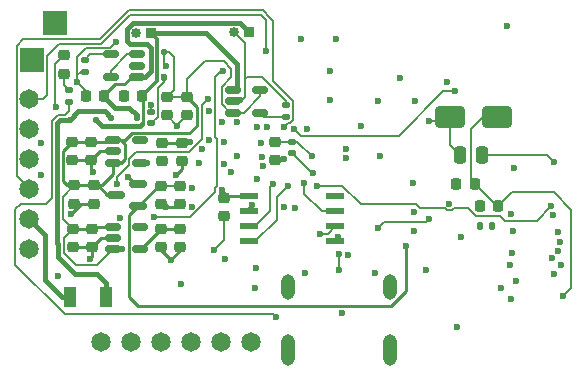
<source format=gbr>
%TF.GenerationSoftware,KiCad,Pcbnew,8.0.8*%
%TF.CreationDate,2025-02-23T23:13:27-08:00*%
%TF.ProjectId,OuterBoard_rev3.1,4f757465-7242-46f6-9172-645f72657633,rev?*%
%TF.SameCoordinates,Original*%
%TF.FileFunction,Copper,L6,Bot*%
%TF.FilePolarity,Positive*%
%FSLAX46Y46*%
G04 Gerber Fmt 4.6, Leading zero omitted, Abs format (unit mm)*
G04 Created by KiCad (PCBNEW 8.0.8) date 2025-02-23 23:13:27*
%MOMM*%
%LPD*%
G01*
G04 APERTURE LIST*
G04 Aperture macros list*
%AMRoundRect*
0 Rectangle with rounded corners*
0 $1 Rounding radius*
0 $2 $3 $4 $5 $6 $7 $8 $9 X,Y pos of 4 corners*
0 Add a 4 corners polygon primitive as box body*
4,1,4,$2,$3,$4,$5,$6,$7,$8,$9,$2,$3,0*
0 Add four circle primitives for the rounded corners*
1,1,$1+$1,$2,$3*
1,1,$1+$1,$4,$5*
1,1,$1+$1,$6,$7*
1,1,$1+$1,$8,$9*
0 Add four rect primitives between the rounded corners*
20,1,$1+$1,$2,$3,$4,$5,0*
20,1,$1+$1,$4,$5,$6,$7,0*
20,1,$1+$1,$6,$7,$8,$9,0*
20,1,$1+$1,$8,$9,$2,$3,0*%
G04 Aperture macros list end*
%TA.AperFunction,SMDPad,CuDef*%
%ADD10R,1.549400X0.558800*%
%TD*%
%TA.AperFunction,ComponentPad*%
%ADD11R,0.850000X0.850000*%
%TD*%
%TA.AperFunction,ComponentPad*%
%ADD12C,0.850000*%
%TD*%
%TA.AperFunction,SMDPad,CuDef*%
%ADD13R,1.117600X1.803400*%
%TD*%
%TA.AperFunction,ComponentPad*%
%ADD14C,1.650000*%
%TD*%
%TA.AperFunction,ComponentPad*%
%ADD15R,2.000000X2.000000*%
%TD*%
%TA.AperFunction,SMDPad,CuDef*%
%ADD16RoundRect,0.225000X-0.250000X0.225000X-0.250000X-0.225000X0.250000X-0.225000X0.250000X0.225000X0*%
%TD*%
%TA.AperFunction,SMDPad,CuDef*%
%ADD17RoundRect,0.225000X0.225000X0.250000X-0.225000X0.250000X-0.225000X-0.250000X0.225000X-0.250000X0*%
%TD*%
%TA.AperFunction,SMDPad,CuDef*%
%ADD18RoundRect,0.250000X-0.250000X-0.475000X0.250000X-0.475000X0.250000X0.475000X-0.250000X0.475000X0*%
%TD*%
%TA.AperFunction,SMDPad,CuDef*%
%ADD19RoundRect,0.150000X0.512500X0.150000X-0.512500X0.150000X-0.512500X-0.150000X0.512500X-0.150000X0*%
%TD*%
%TA.AperFunction,SMDPad,CuDef*%
%ADD20RoundRect,0.250000X1.000000X0.650000X-1.000000X0.650000X-1.000000X-0.650000X1.000000X-0.650000X0*%
%TD*%
%TA.AperFunction,SMDPad,CuDef*%
%ADD21RoundRect,0.218750X-0.256250X0.218750X-0.256250X-0.218750X0.256250X-0.218750X0.256250X0.218750X0*%
%TD*%
%TA.AperFunction,SMDPad,CuDef*%
%ADD22RoundRect,0.135000X-0.185000X0.135000X-0.185000X-0.135000X0.185000X-0.135000X0.185000X0.135000X0*%
%TD*%
%TA.AperFunction,SMDPad,CuDef*%
%ADD23RoundRect,0.147500X0.172500X-0.147500X0.172500X0.147500X-0.172500X0.147500X-0.172500X-0.147500X0*%
%TD*%
%TA.AperFunction,SMDPad,CuDef*%
%ADD24RoundRect,0.150000X-0.512500X-0.150000X0.512500X-0.150000X0.512500X0.150000X-0.512500X0.150000X0*%
%TD*%
%TA.AperFunction,SMDPad,CuDef*%
%ADD25RoundRect,0.125000X-0.125000X-0.125000X0.125000X-0.125000X0.125000X0.125000X-0.125000X0.125000X0*%
%TD*%
%TA.AperFunction,SMDPad,CuDef*%
%ADD26RoundRect,0.135000X0.135000X0.185000X-0.135000X0.185000X-0.135000X-0.185000X0.135000X-0.185000X0*%
%TD*%
%TA.AperFunction,SMDPad,CuDef*%
%ADD27RoundRect,0.150000X0.587500X0.150000X-0.587500X0.150000X-0.587500X-0.150000X0.587500X-0.150000X0*%
%TD*%
%TA.AperFunction,SMDPad,CuDef*%
%ADD28RoundRect,0.140000X0.170000X-0.140000X0.170000X0.140000X-0.170000X0.140000X-0.170000X-0.140000X0*%
%TD*%
%TA.AperFunction,SMDPad,CuDef*%
%ADD29RoundRect,0.135000X0.185000X-0.135000X0.185000X0.135000X-0.185000X0.135000X-0.185000X-0.135000X0*%
%TD*%
%TA.AperFunction,SMDPad,CuDef*%
%ADD30RoundRect,0.125000X-0.125000X0.125000X-0.125000X-0.125000X0.125000X-0.125000X0.125000X0.125000X0*%
%TD*%
%TA.AperFunction,ComponentPad*%
%ADD31O,1.168400X2.159000*%
%TD*%
%TA.AperFunction,ComponentPad*%
%ADD32O,1.168400X2.667000*%
%TD*%
%TA.AperFunction,ViaPad*%
%ADD33C,0.600000*%
%TD*%
%TA.AperFunction,Conductor*%
%ADD34C,0.200000*%
%TD*%
%TA.AperFunction,Conductor*%
%ADD35C,0.254000*%
%TD*%
%TA.AperFunction,Conductor*%
%ADD36C,0.400000*%
%TD*%
%TA.AperFunction,Conductor*%
%ADD37C,0.250000*%
%TD*%
%TA.AperFunction,Conductor*%
%ADD38C,0.300000*%
%TD*%
G04 APERTURE END LIST*
D10*
%TO.P,U2,1,CS#*%
%TO.N,SPICS0*%
X135432900Y-91643200D03*
%TO.P,U2,2,SO(IO1)*%
%TO.N,SPIQ*%
X135432900Y-92913200D03*
%TO.P,U2,3,WP#(IO2)*%
%TO.N,SPIWP*%
X135432900Y-94183200D03*
%TO.P,U2,4,VSS*%
%TO.N,GND*%
X135432900Y-95453200D03*
%TO.P,U2,5,SI(IO0)*%
%TO.N,SPID*%
X128168500Y-95453200D03*
%TO.P,U2,6,SCLK*%
%TO.N,SPICLK*%
X128168500Y-94183200D03*
%TO.P,U2,7,HOLD#(IO3)*%
%TO.N,SPIHD*%
X128168500Y-92913200D03*
%TO.P,U2,8,VCC*%
%TO.N,VDD_SPI*%
X128168500Y-91643200D03*
%TD*%
D11*
%TO.P,J4,1,1*%
%TO.N,+BATT2*%
X128117600Y-77749400D03*
D12*
%TO.P,J4,2,2*%
%TO.N,GNDPWR*%
X126867600Y-77749400D03*
%TD*%
D11*
%TO.P,J3,1,1*%
%TO.N,+BATT1*%
X119837200Y-77800200D03*
D12*
%TO.P,J3,2,2*%
%TO.N,GNDPWR*%
X118587200Y-77800200D03*
%TD*%
D13*
%TO.P,F1,1,1*%
%TO.N,VDC*%
X113004600Y-100152200D03*
%TO.P,F1,2,2*%
%TO.N,Net-(D10-K)*%
X116001800Y-100152200D03*
%TD*%
D14*
%TO.P,J2,1*%
%TO.N,GPIO45*%
X115620800Y-104013000D03*
%TO.P,J2,2*%
%TO.N,GPIO46*%
X118160800Y-104013000D03*
%TO.P,J2,3*%
%TO.N,IO21{slash}USER_LED*%
X120700800Y-104013000D03*
%TO.P,J2,4*%
%TO.N,D10{slash}A10{slash}MOSI*%
X123240800Y-104013000D03*
%TO.P,J2,5*%
%TO.N,D9{slash}A9{slash}MISO*%
X125780800Y-104013000D03*
%TO.P,J2,6*%
%TO.N,D8{slash}A8{slash}SCK*%
X128320800Y-104013000D03*
%TD*%
D15*
%TO.P,TP1,1,1*%
%TO.N,Net-(D1-K)*%
X109728000Y-80137000D03*
%TD*%
%TO.P,TP2,1,1*%
%TO.N,Net-(D2-K)*%
X111683800Y-76962000D03*
%TD*%
D14*
%TO.P,J1,1*%
%TO.N,GNDPWR*%
X109524800Y-96113600D03*
%TO.P,J1,2*%
%TO.N,VDC*%
X109524800Y-93573600D03*
%TO.P,J1,3*%
%TO.N,D1{slash}A1*%
X109524800Y-91033600D03*
%TO.P,J1,4*%
%TO.N,GNDPWR*%
X109524800Y-88493600D03*
%TO.P,J1,5*%
%TO.N,VDC*%
X109524800Y-85953600D03*
%TO.P,J1,6*%
%TO.N,D0{slash}A0*%
X109524800Y-83413600D03*
%TD*%
D16*
%TO.P,C16,1*%
%TO.N,+3.3V*%
X122453400Y-87093800D03*
%TO.P,C16,2*%
%TO.N,GND*%
X122453400Y-88643800D03*
%TD*%
%TO.P,C27,1*%
%TO.N,+2V8*%
X122301000Y-90728800D03*
%TO.P,C27,2*%
%TO.N,GND*%
X122301000Y-92278800D03*
%TD*%
D17*
%TO.P,C12,1*%
%TO.N,Net-(D7-K)*%
X147244400Y-90627200D03*
%TO.P,C12,2*%
%TO.N,GND*%
X145694400Y-90627200D03*
%TD*%
D16*
%TO.P,C7,1*%
%TO.N,VDC*%
X121183400Y-83235800D03*
%TO.P,C7,2*%
%TO.N,GND*%
X121183400Y-84785800D03*
%TD*%
%TO.P,C24,1*%
%TO.N,+1V8*%
X120700800Y-94411800D03*
%TO.P,C24,2*%
%TO.N,GND*%
X120700800Y-95961800D03*
%TD*%
%TO.P,C20,1*%
%TO.N,VDC*%
X113334800Y-90703400D03*
%TO.P,C20,2*%
%TO.N,GND*%
X113334800Y-92253400D03*
%TD*%
%TO.P,C21,1*%
%TO.N,VDC*%
X114833400Y-94411800D03*
%TO.P,C21,2*%
%TO.N,GND*%
X114833400Y-95961800D03*
%TD*%
D18*
%TO.P,FB1,1*%
%TO.N,+2V8*%
X145973800Y-88163400D03*
%TO.P,FB1,2*%
%TO.N,Net-(FB1-Pad2)*%
X147873800Y-88163400D03*
%TD*%
D19*
%TO.P,U3,1,CE*%
%TO.N,VDC*%
X118688700Y-79618800D03*
%TO.P,U3,2,V_{SS}*%
%TO.N,GNDPWR*%
X118688700Y-80568800D03*
%TO.P,U3,3,V_{BAT}*%
%TO.N,+BATT2*%
X118688700Y-81518800D03*
%TO.P,U3,4,V_{DD}*%
%TO.N,VDC*%
X116413700Y-81518800D03*
%TO.P,U3,5,PROG*%
%TO.N,Net-(U3-PROG)*%
X116413700Y-79618800D03*
%TD*%
D16*
%TO.P,C11,1*%
%TO.N,VDC*%
X113131600Y-87043000D03*
%TO.P,C11,2*%
%TO.N,GND*%
X113131600Y-88593000D03*
%TD*%
D17*
%TO.P,C8,1*%
%TO.N,+BATT2*%
X115874800Y-83159600D03*
%TO.P,C8,2*%
%TO.N,GNDPWR*%
X114324800Y-83159600D03*
%TD*%
D20*
%TO.P,D7,1,K*%
%TO.N,Net-(D7-K)*%
X149142200Y-84937600D03*
%TO.P,D7,2,A*%
%TO.N,+2V8*%
X145142200Y-84937600D03*
%TD*%
D21*
%TO.P,D13,1,K*%
%TO.N,GND*%
X112445800Y-79705100D03*
%TO.P,D13,2,A*%
%TO.N,Net-(D13-A)*%
X112445800Y-81280100D03*
%TD*%
D22*
%TO.P,R25,1*%
%TO.N,Net-(D13-A)*%
X112903000Y-82651600D03*
%TO.P,R25,2*%
%TO.N,+5V*%
X112903000Y-83671600D03*
%TD*%
D23*
%TO.P,L2,1,1*%
%TO.N,+3.3V*%
X131775200Y-87988000D03*
%TO.P,L2,2,2*%
%TO.N,Net-(C38-Pad1)*%
X131775200Y-87018000D03*
%TD*%
D17*
%TO.P,C14,1*%
%TO.N,Net-(D7-K)*%
X149199600Y-92481400D03*
%TO.P,C14,2*%
%TO.N,GND*%
X147649600Y-92481400D03*
%TD*%
D24*
%TO.P,U4,1,VIN*%
%TO.N,VDC*%
X116636800Y-88793400D03*
%TO.P,U4,2,GND*%
%TO.N,GND*%
X116636800Y-87843400D03*
%TO.P,U4,3,EN*%
%TO.N,VDC*%
X116636800Y-86893400D03*
%TO.P,U4,4,NC*%
%TO.N,unconnected-(U4-NC-Pad4)*%
X118911800Y-86893400D03*
%TO.P,U4,5,VOUT*%
%TO.N,+3.3V*%
X118911800Y-88793400D03*
%TD*%
D17*
%TO.P,C4,1*%
%TO.N,+BATT1*%
X119100600Y-83159600D03*
%TO.P,C4,2*%
%TO.N,GNDPWR*%
X117550600Y-83159600D03*
%TD*%
D16*
%TO.P,C26,1*%
%TO.N,+1V8*%
X122326400Y-94411800D03*
%TO.P,C26,2*%
%TO.N,GND*%
X122326400Y-95961800D03*
%TD*%
D25*
%TO.P,D11,1,K*%
%TO.N,Net-(D10-K)*%
X116459000Y-85013800D03*
%TO.P,D11,2,A*%
%TO.N,+BATT2*%
X118659000Y-85013800D03*
%TD*%
D22*
%TO.P,R4,1*%
%TO.N,Net-(U3-PROG)*%
X114249200Y-80058800D03*
%TO.P,R4,2*%
%TO.N,GNDPWR*%
X114249200Y-81078800D03*
%TD*%
D26*
%TO.P,R5,1*%
%TO.N,Net-(J10-Pad8)*%
X148742400Y-94183200D03*
%TO.P,R5,2*%
%TO.N,GND*%
X147722400Y-94183200D03*
%TD*%
D27*
%TO.P,U6,1,GND*%
%TO.N,GND*%
X118745000Y-90576400D03*
%TO.P,U6,2,VO*%
%TO.N,+2V8*%
X118745000Y-92476400D03*
%TO.P,U6,3,VI*%
%TO.N,VDC*%
X116870000Y-91526400D03*
%TD*%
D16*
%TO.P,C25,1*%
%TO.N,+2V8*%
X120650000Y-90728800D03*
%TO.P,C25,2*%
%TO.N,GND*%
X120650000Y-92278800D03*
%TD*%
D28*
%TO.P,C2,1*%
%TO.N,VCC*%
X119862600Y-85468400D03*
%TO.P,C2,2*%
%TO.N,GNDPWR*%
X119862600Y-84508400D03*
%TD*%
D16*
%TO.P,C22,1*%
%TO.N,VDC*%
X114985800Y-90703400D03*
%TO.P,C22,2*%
%TO.N,GND*%
X114985800Y-92253400D03*
%TD*%
%TO.P,C38,1*%
%TO.N,Net-(C38-Pad1)*%
X130327400Y-87020400D03*
%TO.P,C38,2*%
%TO.N,GND*%
X130327400Y-88570400D03*
%TD*%
D25*
%TO.P,D10,1,K*%
%TO.N,Net-(D10-K)*%
X112946000Y-85191600D03*
%TO.P,D10,2,A*%
%TO.N,+BATT1*%
X115146000Y-85191600D03*
%TD*%
D16*
%TO.P,C44,1*%
%TO.N,VDD_SPI*%
X126009400Y-91782600D03*
%TO.P,C44,2*%
%TO.N,GND*%
X126009400Y-93332600D03*
%TD*%
D24*
%TO.P,U5,1,VIN*%
%TO.N,VDC*%
X116647800Y-96134000D03*
%TO.P,U5,2,GND*%
%TO.N,GND*%
X116647800Y-95184000D03*
%TO.P,U5,3,EN*%
%TO.N,VDC*%
X116647800Y-94234000D03*
%TO.P,U5,4,NC*%
%TO.N,unconnected-(U5-NC-Pad4)*%
X118922800Y-94234000D03*
%TO.P,U5,5,VOUT*%
%TO.N,+1V8*%
X118922800Y-96134000D03*
%TD*%
D16*
%TO.P,C10,1*%
%TO.N,VDC*%
X114757200Y-87045800D03*
%TO.P,C10,2*%
%TO.N,GND*%
X114757200Y-88595800D03*
%TD*%
D29*
%TO.P,R1,1*%
%TO.N,Net-(U1-PROG)*%
X131267200Y-84888800D03*
%TO.P,R1,2*%
%TO.N,GNDPWR*%
X131267200Y-83868800D03*
%TD*%
D16*
%TO.P,C3,1*%
%TO.N,VDC*%
X122885200Y-83235800D03*
%TO.P,C3,2*%
%TO.N,GND*%
X122885200Y-84785800D03*
%TD*%
%TO.P,C19,1*%
%TO.N,VDC*%
X113233200Y-94411800D03*
%TO.P,C19,2*%
%TO.N,GND*%
X113233200Y-95961800D03*
%TD*%
%TO.P,C13,1*%
%TO.N,+3.3V*%
X120802400Y-87096600D03*
%TO.P,C13,2*%
%TO.N,GND*%
X120802400Y-88646600D03*
%TD*%
D30*
%TO.P,D6,1,K*%
%TO.N,VDC*%
X120954800Y-79400400D03*
%TO.P,D6,2,A*%
%TO.N,VCC*%
X120954800Y-81600400D03*
%TD*%
D24*
%TO.P,U1,1,CE*%
%TO.N,VDC*%
X126796800Y-84551600D03*
%TO.P,U1,2,V_{SS}*%
%TO.N,GNDPWR*%
X126796800Y-83601600D03*
%TO.P,U1,3,V_{BAT}*%
%TO.N,+BATT1*%
X126796800Y-82651600D03*
%TO.P,U1,4,V_{DD}*%
%TO.N,VDC*%
X129071800Y-82651600D03*
%TO.P,U1,5,PROG*%
%TO.N,Net-(U1-PROG)*%
X129071800Y-84551600D03*
%TD*%
D31*
%TO.P,J5,27*%
%TO.N,N/C*%
X131449998Y-99319300D03*
%TO.P,J5,28*%
X140090002Y-99319300D03*
D32*
%TO.P,J5,25*%
X131449998Y-104679300D03*
%TO.P,J5,26*%
X140090002Y-104679300D03*
%TD*%
D33*
%TO.N,GND*%
X132860000Y-98100000D03*
X138780000Y-98160000D03*
%TO.N,USB_DP*%
X135962801Y-101549200D03*
X135712200Y-97890000D03*
%TO.N,GND*%
X147726400Y-94157800D03*
X114935000Y-89611200D03*
X121132600Y-92504600D03*
X142111489Y-93007223D03*
X121488200Y-97002600D03*
X145669000Y-90678000D03*
X154263252Y-96239441D03*
X123910000Y-88790000D03*
X120802400Y-88646600D03*
X110540800Y-87096600D03*
X150320000Y-100336400D03*
X145084800Y-92284600D03*
X150571200Y-89230200D03*
X113030000Y-93116400D03*
X128730000Y-97690000D03*
X142028800Y-90476900D03*
X147650200Y-92456000D03*
X117889684Y-89981291D03*
X123266200Y-92532200D03*
X131069477Y-88457575D03*
X111749000Y-84037600D03*
X139238800Y-88206400D03*
X122047000Y-85648800D03*
X128652394Y-99384806D03*
X135485000Y-78335000D03*
X132535000Y-78335000D03*
X134970000Y-80990000D03*
X134970000Y-83510000D03*
X114681000Y-96926400D03*
X125196600Y-96164400D03*
X122351800Y-99034600D03*
X135661400Y-95097600D03*
X139065000Y-83540600D03*
X117201071Y-93477539D03*
X145770600Y-102743000D03*
X121943122Y-89829707D03*
X142189200Y-83540600D03*
X150012400Y-77241400D03*
%TO.N,VCC*%
X120954800Y-81538800D03*
%TO.N,+2V8*%
X143408400Y-85242400D03*
X141452600Y-95885000D03*
%TO.N,VDC*%
X117396700Y-96139000D03*
X113004600Y-100152200D03*
X121107200Y-80568800D03*
X118688700Y-79618800D03*
%TO.N,Net-(D7-K)*%
X154686000Y-100101400D03*
%TO.N,+3.3V*%
X140944600Y-81584800D03*
X123266200Y-90954600D03*
X126100000Y-96920000D03*
X120802400Y-87096600D03*
X146098900Y-95123000D03*
X111988600Y-98348800D03*
X144909600Y-81965800D03*
X142087600Y-94589600D03*
X119483800Y-88793400D03*
X123153000Y-87031400D03*
X133527800Y-89662000D03*
X110515400Y-89814400D03*
X143078200Y-97866200D03*
%TO.N,+1V8*%
X153847800Y-93192600D03*
X120700800Y-94411800D03*
%TO.N,Net-(C38-Pad1)*%
X133444702Y-88239600D03*
%TO.N,+5V*%
X130429000Y-101879400D03*
%TO.N,IO21{slash}USER_LED*%
X125830000Y-85308799D03*
%TO.N,Net-(FB1-Pad2)*%
X153949400Y-88722200D03*
%TO.N,USB_DP*%
X135712200Y-96520000D03*
X126586400Y-89603665D03*
%TO.N,USB_DN*%
X136525000Y-96570800D03*
X125984000Y-88900000D03*
%TO.N,MTCK{slash}IO39{slash}CAM_SCL*%
X139013899Y-94285101D03*
X143370000Y-93550000D03*
%TO.N,IO38{slash}DVP_VSYNC*%
X133858000Y-90728800D03*
X153725086Y-92450272D03*
%TO.N,Net-(J10-Pad8)*%
X148742400Y-94183200D03*
%TO.N,IO47{slash}DVP_HREF*%
X131987500Y-92597090D03*
X150342600Y-93141800D03*
%TO.N,IO48{slash}DVP_Y9*%
X131054076Y-92574211D03*
X150520400Y-94564200D03*
%TO.N,IO10{slash}XMCLK*%
X127127615Y-85308799D03*
X154300000Y-94700000D03*
%TO.N,IO11{slash}DVP_Y8*%
X124715600Y-86848296D03*
X154440000Y-95490000D03*
%TO.N,IO12{slash}DVP_Y7*%
X153810000Y-96840000D03*
X125984000Y-87020400D03*
%TO.N,IO13{slash}DVP_PCLK*%
X129164567Y-87102167D03*
X150418800Y-96443800D03*
%TO.N,IO14{slash}DVP_Y6*%
X154514600Y-97455000D03*
X124160450Y-87606201D03*
%TO.N,IO15{slash}DVP_Y2*%
X127076200Y-88206000D03*
X150215600Y-97434400D03*
%TO.N,IO16{slash}DVP_Y5*%
X153970000Y-98240000D03*
X129235200Y-88288500D03*
%TO.N,IO17{slash}DVP_Y3*%
X129330301Y-89044545D03*
X150710000Y-98792400D03*
%TO.N,IO18{slash}DVP_Y4*%
X149450000Y-99441000D03*
X128839742Y-90170878D03*
%TO.N,CHIP_EN*%
X133030300Y-85939200D03*
X137591800Y-85725000D03*
%TO.N,BNO_INT*%
X120091200Y-93421200D03*
X125933200Y-81049800D03*
%TO.N,D1{slash}A1*%
X131108400Y-85750400D03*
%TO.N,D0{slash}A0*%
X129592400Y-79324200D03*
%TO.N,GPIO0*%
X131953000Y-85928200D03*
X145592800Y-82753200D03*
%TO.N,BNO_RST*%
X116967000Y-90601800D03*
X124661600Y-83439000D03*
%TO.N,D8{slash}A8{slash}SCK*%
X129641600Y-85750400D03*
%TO.N,D9{slash}A9{slash}MISO*%
X128843704Y-85733896D03*
%TO.N,D10{slash}A10{slash}MOSI*%
X124714000Y-84404200D03*
%TO.N,VDD_SPI*%
X125830000Y-91135200D03*
%TO.N,SPIHD*%
X128357314Y-92410849D03*
%TO.N,SPIWP*%
X134162800Y-94818200D03*
%TO.N,SPICS0*%
X135432900Y-91643200D03*
%TO.N,SPICLK*%
X130149600Y-90576400D03*
%TO.N,SPIQ*%
X132791200Y-90500200D03*
%TO.N,SPID*%
X131445000Y-90754200D03*
%TO.N,GNDPWR*%
X118688700Y-80568800D03*
X117668297Y-83398103D03*
X127345704Y-83494601D03*
X113583130Y-81940400D03*
X119820552Y-83885375D03*
X116890800Y-78536800D03*
%TO.N,GPIO45*%
X136304681Y-88357976D03*
%TO.N,GPIO46*%
X136330000Y-87606000D03*
%TD*%
D34*
%TO.N,USB_DP*%
X135712200Y-97890000D02*
X135712200Y-96520000D01*
%TO.N,GND*%
X122047000Y-85648800D02*
X122047000Y-85624000D01*
D35*
X122075200Y-92504600D02*
X122301000Y-92278800D01*
D34*
X112445800Y-79705100D02*
X111718400Y-80432500D01*
X126009400Y-93332600D02*
X126009400Y-95351600D01*
X111718400Y-80432500D02*
X111718400Y-84007000D01*
D35*
X121132600Y-92504600D02*
X122075200Y-92504600D01*
X120802400Y-88688985D02*
X120802400Y-88646600D01*
X113893000Y-92253400D02*
X113030000Y-93116400D01*
D34*
X122047000Y-85648800D02*
X122046400Y-85648800D01*
D35*
X122326400Y-96164400D02*
X121488200Y-97002600D01*
X114833400Y-96774000D02*
X114681000Y-96926400D01*
D34*
X126009400Y-95351600D02*
X125196600Y-96164400D01*
X147649600Y-92456600D02*
X147650200Y-92456000D01*
X130956652Y-88570400D02*
X130327400Y-88570400D01*
D35*
X115611200Y-95184000D02*
X114833400Y-95961800D01*
D34*
X122046400Y-85648800D02*
X121183400Y-84785800D01*
D35*
X115509600Y-87843400D02*
X114757200Y-88595800D01*
D34*
X147722400Y-94161800D02*
X147726400Y-94157800D01*
D35*
X120700800Y-96215200D02*
X121488200Y-97002600D01*
X116636800Y-87843400D02*
X115509600Y-87843400D01*
X113233200Y-95961800D02*
X114833400Y-95961800D01*
D34*
X145694400Y-90627200D02*
X145694400Y-90652600D01*
X147649600Y-92481400D02*
X147649600Y-92456600D01*
D35*
X114757200Y-89433400D02*
X114757200Y-88595800D01*
D34*
X122047000Y-85624000D02*
X122885200Y-84785800D01*
D35*
X114754400Y-88593000D02*
X114757200Y-88595800D01*
D34*
X111718400Y-84007000D02*
X111749000Y-84037600D01*
D35*
X120906800Y-92278800D02*
X120650000Y-92278800D01*
X121132600Y-92504600D02*
X120906800Y-92278800D01*
X118484793Y-90576400D02*
X118745000Y-90576400D01*
D34*
X135432900Y-95453200D02*
X135432900Y-95326100D01*
D35*
X120700800Y-95961800D02*
X120700800Y-96215200D01*
D34*
X131069477Y-88457575D02*
X130956652Y-88570400D01*
D35*
X114935000Y-89611200D02*
X114757200Y-89433400D01*
X116647800Y-95184000D02*
X115611200Y-95184000D01*
X122326400Y-95961800D02*
X122326400Y-96164400D01*
X117889684Y-89981291D02*
X118484793Y-90576400D01*
X114985800Y-92253400D02*
X113893000Y-92253400D01*
X122453400Y-89319429D02*
X122453400Y-88643800D01*
D34*
X135432900Y-95326100D02*
X135661400Y-95097600D01*
D35*
X113131600Y-88593000D02*
X114754400Y-88593000D01*
D34*
X147722400Y-94183200D02*
X147722400Y-94161800D01*
X145694400Y-90652600D02*
X145669000Y-90678000D01*
D35*
X121943122Y-89829707D02*
X122453400Y-89319429D01*
X114833400Y-95961800D02*
X114833400Y-96774000D01*
D34*
%TO.N,VCC*%
X120954800Y-81965800D02*
X120425000Y-82495600D01*
X120425000Y-82495600D02*
X120425000Y-84906000D01*
X120954800Y-81600400D02*
X120954800Y-81965800D01*
X120904800Y-81550400D02*
X120954800Y-81600400D01*
X120425000Y-84906000D02*
X119862600Y-85468400D01*
X120954800Y-81600400D02*
X120954800Y-81538800D01*
D35*
%TO.N,+2V8*%
X118770400Y-100965000D02*
X140182600Y-100965000D01*
D34*
X145142200Y-87331800D02*
X145973800Y-88163400D01*
X145142200Y-84937600D02*
X145142200Y-87331800D01*
D35*
X120492600Y-90728800D02*
X120650000Y-90728800D01*
D34*
X144837400Y-85242400D02*
X145142200Y-84937600D01*
D35*
X117980900Y-93240500D02*
X117980900Y-100175500D01*
X118745000Y-92476400D02*
X117980900Y-93240500D01*
X117980900Y-100175500D02*
X118770400Y-100965000D01*
X118745000Y-92476400D02*
X120492600Y-90728800D01*
X141452600Y-99695000D02*
X141452600Y-95885000D01*
X140182600Y-100965000D02*
X141452600Y-99695000D01*
D34*
X143408400Y-85242400D02*
X144837400Y-85242400D01*
X122301000Y-90728800D02*
X120650000Y-90728800D01*
%TO.N,VDC*%
X115298200Y-97483600D02*
X113511000Y-97483600D01*
X116647800Y-96134000D02*
X117391700Y-96134000D01*
D35*
X117299299Y-88793400D02*
X117602000Y-88490699D01*
D34*
X117815400Y-79618800D02*
X118688700Y-79618800D01*
D35*
X116636800Y-89763600D02*
X116636800Y-88793400D01*
D34*
X117391700Y-96134000D02*
X117396700Y-96139000D01*
D35*
X114985800Y-90703400D02*
X115316000Y-90703400D01*
D34*
X116413700Y-81518800D02*
X116413700Y-81020500D01*
D35*
X113334800Y-90703400D02*
X114985800Y-90703400D01*
D36*
X109524800Y-93573600D02*
X110896400Y-94945200D01*
D34*
X121361200Y-79400400D02*
X121818400Y-79857600D01*
D36*
X110896400Y-98709200D02*
X112339400Y-100152200D01*
D35*
X118247480Y-86283800D02*
X123088400Y-86283800D01*
X123088400Y-86283800D02*
X123698000Y-85674200D01*
D34*
X124409200Y-80187800D02*
X122885200Y-81711800D01*
X126511064Y-84551600D02*
X125806200Y-83846736D01*
D35*
X114754400Y-87043000D02*
X114757200Y-87045800D01*
D34*
X120954800Y-79400400D02*
X121361200Y-79400400D01*
X112369600Y-91668600D02*
X112369600Y-93548200D01*
X126796800Y-84551600D02*
X126511064Y-84551600D01*
D36*
X112339400Y-100152200D02*
X113004600Y-100152200D01*
D35*
X116636800Y-88793400D02*
X117299299Y-88793400D01*
X117602000Y-88490699D02*
X117602000Y-87196101D01*
D34*
X116413700Y-81020500D02*
X117815400Y-79618800D01*
X129071800Y-82651600D02*
X129071800Y-83145200D01*
D35*
X112750600Y-90703400D02*
X112377200Y-90330000D01*
D34*
X116647800Y-96134000D02*
X115298200Y-97483600D01*
D35*
X113233200Y-94411800D02*
X114833400Y-94411800D01*
D34*
X121107200Y-80568800D02*
X120954800Y-80416400D01*
X120954800Y-80416400D02*
X120954800Y-79400400D01*
X112505800Y-95139200D02*
X113233200Y-94411800D01*
D35*
X115316000Y-90703400D02*
X116139000Y-91526400D01*
X116636800Y-86893400D02*
X117637880Y-86893400D01*
D34*
X122885200Y-81711800D02*
X122885200Y-83235800D01*
X121183400Y-83235800D02*
X122885200Y-83235800D01*
D35*
X113131600Y-87043000D02*
X114754400Y-87043000D01*
X116139000Y-91526400D02*
X116870000Y-91526400D01*
X112377200Y-90330000D02*
X112377200Y-87797400D01*
X123698000Y-84048600D02*
X122885200Y-83235800D01*
X115011200Y-94234000D02*
X116647800Y-94234000D01*
D34*
X121818400Y-82600800D02*
X121183400Y-83235800D01*
X112505800Y-96478400D02*
X112505800Y-95139200D01*
D35*
X112377200Y-87797400D02*
X113131600Y-87043000D01*
D34*
X125984000Y-80187800D02*
X124409200Y-80187800D01*
D35*
X117637880Y-86893400D02*
X118247480Y-86283800D01*
D34*
X126619000Y-81559400D02*
X126619000Y-80822800D01*
D35*
X113334800Y-90703400D02*
X112750600Y-90703400D01*
X123698000Y-85674200D02*
X123698000Y-84048600D01*
X117299299Y-86893400D02*
X116636800Y-86893400D01*
D34*
X126619000Y-80822800D02*
X125984000Y-80187800D01*
X113511000Y-97483600D02*
X112505800Y-96478400D01*
D35*
X114833400Y-94411800D02*
X115011200Y-94234000D01*
D36*
X110896400Y-94945200D02*
X110896400Y-98709200D01*
D35*
X117602000Y-87196101D02*
X117299299Y-86893400D01*
D34*
X127665400Y-84551600D02*
X126796800Y-84551600D01*
X125806200Y-82372200D02*
X126619000Y-81559400D01*
X125806200Y-83846736D02*
X125806200Y-82372200D01*
X112369600Y-93548200D02*
X113233200Y-94411800D01*
X121818400Y-79857600D02*
X121818400Y-82600800D01*
D35*
X114757200Y-87045800D02*
X116484400Y-87045800D01*
D34*
X113334800Y-90703400D02*
X112369600Y-91668600D01*
D35*
X114985800Y-90703400D02*
X115697000Y-90703400D01*
X116484400Y-87045800D02*
X116636800Y-86893400D01*
X115697000Y-90703400D02*
X116636800Y-89763600D01*
D34*
X129071800Y-83145200D02*
X127665400Y-84551600D01*
%TO.N,Net-(D7-K)*%
X149098600Y-92481400D02*
X149199600Y-92481400D01*
X147244400Y-90627200D02*
X149098600Y-92481400D01*
X150371000Y-91310000D02*
X149199600Y-92481400D01*
X149142200Y-84937600D02*
X147955000Y-84937600D01*
X155390000Y-92778400D02*
X153921600Y-91310000D01*
X155390000Y-99397400D02*
X155390000Y-92778400D01*
X153921600Y-91310000D02*
X150371000Y-91310000D01*
X147955000Y-84937600D02*
X146964400Y-85928200D01*
X146964400Y-85928200D02*
X146964400Y-90347200D01*
X146964400Y-90347200D02*
X147244400Y-90627200D01*
X154686000Y-100101400D02*
X155390000Y-99397400D01*
D35*
%TO.N,+3.3V*%
X122453400Y-87093800D02*
X120805200Y-87093800D01*
X120805200Y-87093800D02*
X120802400Y-87096600D01*
X119483800Y-88793400D02*
X118911800Y-88793400D01*
D34*
X133449200Y-89662000D02*
X133527800Y-89662000D01*
D35*
X123090600Y-87093800D02*
X123153000Y-87031400D01*
X122453400Y-87093800D02*
X123090600Y-87093800D01*
D34*
X131775200Y-87988000D02*
X133449200Y-89662000D01*
D35*
%TO.N,+1V8*%
X118922800Y-96134000D02*
X118978600Y-96134000D01*
X118978600Y-96134000D02*
X120700800Y-94411800D01*
X120700800Y-94411800D02*
X122326400Y-94411800D01*
D34*
%TO.N,Net-(C38-Pad1)*%
X130327400Y-87020400D02*
X131772800Y-87020400D01*
X133444702Y-88239600D02*
X132223102Y-87018000D01*
X132223102Y-87018000D02*
X131775200Y-87018000D01*
X131772800Y-87020400D02*
X131775200Y-87018000D01*
%TO.N,Net-(D1-K)*%
X109626200Y-79781400D02*
X109626400Y-79781400D01*
%TO.N,+5V*%
X130175000Y-101625400D02*
X130429000Y-101879400D01*
X111445400Y-85247410D02*
X111445400Y-91754600D01*
X112568000Y-84739200D02*
X111953610Y-84739200D01*
X108331000Y-92735400D02*
X108331000Y-97443900D01*
X110947200Y-92252800D02*
X108813600Y-92252800D01*
X112903000Y-84404200D02*
X112568000Y-84739200D01*
X112512500Y-101625400D02*
X130175000Y-101625400D01*
X108813600Y-92252800D02*
X108331000Y-92735400D01*
X111445400Y-91754600D02*
X110947200Y-92252800D01*
X108331000Y-97443900D02*
X112512500Y-101625400D01*
X111953610Y-84739200D02*
X111445400Y-85247410D01*
X112903000Y-83671600D02*
X112903000Y-84404200D01*
%TO.N,Net-(FB1-Pad2)*%
X153949400Y-88722200D02*
X153390600Y-88163400D01*
X153390600Y-88163400D02*
X147873800Y-88163400D01*
%TO.N,MTCK{slash}IO39{slash}CAM_SCL*%
X143370000Y-93550000D02*
X143144800Y-93775200D01*
X143144800Y-93775200D02*
X139523800Y-93775200D01*
X139523800Y-93775200D02*
X139013899Y-94285101D01*
%TO.N,IO38{slash}DVP_VSYNC*%
X152474758Y-93700600D02*
X149790000Y-93700600D01*
X144855988Y-92837000D02*
X144688988Y-92670000D01*
X153725086Y-92450272D02*
X152474758Y-93700600D01*
X142650000Y-92670000D02*
X142270000Y-92290000D01*
X147331820Y-93320000D02*
X146681820Y-92670000D01*
X145480612Y-92670000D02*
X145313612Y-92837000D01*
X146681820Y-92670000D02*
X145480612Y-92670000D01*
X142270000Y-92290000D02*
X137589400Y-92290000D01*
X145313612Y-92837000D02*
X144855988Y-92837000D01*
X149409400Y-93320000D02*
X147331820Y-93320000D01*
X144688988Y-92670000D02*
X142650000Y-92670000D01*
X137589400Y-92290000D02*
X136028200Y-90728800D01*
X149790000Y-93700600D02*
X149409400Y-93320000D01*
X136028200Y-90728800D02*
X133858000Y-90728800D01*
%TO.N,Net-(U1-PROG)*%
X129407000Y-84886800D02*
X131265200Y-84886800D01*
X129071800Y-84551600D02*
X129407000Y-84886800D01*
X131265200Y-84886800D02*
X131267200Y-84888800D01*
%TO.N,Net-(U3-PROG)*%
X114249200Y-80058800D02*
X114704400Y-79603600D01*
X114704400Y-79603600D02*
X116398500Y-79603600D01*
X116398500Y-79603600D02*
X116413700Y-79618800D01*
D37*
%TO.N,+BATT1*%
X119176800Y-83235800D02*
X119100600Y-83159600D01*
D36*
X126796800Y-82651600D02*
X127096800Y-82351600D01*
D37*
X119186400Y-84718656D02*
X119126000Y-84658256D01*
D38*
X119100600Y-83159600D02*
X120345200Y-81915000D01*
D37*
X119186400Y-85410600D02*
X119186400Y-84718656D01*
X119126000Y-84658256D02*
X119126000Y-83388200D01*
D38*
X120345200Y-81915000D02*
X120345200Y-78308200D01*
D36*
X127096800Y-82351600D02*
X127096800Y-80411600D01*
D37*
X119126000Y-83388200D02*
X119227600Y-83286600D01*
D36*
X127096800Y-80411600D02*
X124485400Y-77800200D01*
X115648400Y-85694000D02*
X115146000Y-85191600D01*
D34*
X119227600Y-83286600D02*
X119100600Y-83159600D01*
D36*
X119049800Y-85547200D02*
X118903000Y-85694000D01*
D37*
X119049800Y-85547200D02*
X119186400Y-85410600D01*
D38*
X120345200Y-78308200D02*
X119837200Y-77800200D01*
D36*
X124485400Y-77800200D02*
X119837200Y-77800200D01*
X118903000Y-85694000D02*
X115648400Y-85694000D01*
%TO.N,+BATT2*%
X118688700Y-81518800D02*
X119351199Y-81518800D01*
X118059200Y-78765400D02*
X117779800Y-78486000D01*
X118325990Y-76962000D02*
X127330200Y-76962000D01*
X116763800Y-84124800D02*
X115874800Y-83235800D01*
X119842800Y-81027199D02*
X119842800Y-79075800D01*
D37*
X117551200Y-82169000D02*
X116763800Y-82169000D01*
D36*
X119532400Y-78765400D02*
X118059200Y-78765400D01*
X118659000Y-85013800D02*
X118659000Y-84782978D01*
X119351199Y-81518800D02*
X119842800Y-81027199D01*
D37*
X116763800Y-82169000D02*
X115874800Y-83058000D01*
D34*
X118659000Y-85013800D02*
X118659000Y-84924400D01*
D37*
X118201400Y-81518800D02*
X117551200Y-82169000D01*
D36*
X118659000Y-84782978D02*
X118000822Y-84124800D01*
X117779800Y-77508190D02*
X118325990Y-76962000D01*
X118688700Y-81518800D02*
X118201400Y-81518800D01*
X119842800Y-79075800D02*
X119532400Y-78765400D01*
X117779800Y-78486000D02*
X117779800Y-77508190D01*
X118000822Y-84124800D02*
X116763800Y-84124800D01*
X115874800Y-83235800D02*
X115874800Y-83159600D01*
D34*
X115874800Y-83058000D02*
X115874800Y-83159600D01*
D36*
X127330200Y-76962000D02*
X128117600Y-77749400D01*
D34*
%TO.N,BNO_INT*%
X125426800Y-86789600D02*
X125426800Y-90750400D01*
X125272800Y-90904400D02*
X125272800Y-91313600D01*
X125272800Y-86635600D02*
X125426800Y-86789600D01*
X125731600Y-81049800D02*
X125272800Y-81508600D01*
X125933200Y-81049800D02*
X125731600Y-81049800D01*
X125426800Y-90750400D02*
X125272800Y-90904400D01*
X125272800Y-81508600D02*
X125272800Y-86635600D01*
X125272800Y-91313600D02*
X123165200Y-93421200D01*
X123165200Y-93421200D02*
X120091200Y-93421200D01*
%TO.N,D1{slash}A1*%
X129944800Y-76554000D02*
X130149600Y-76758800D01*
X131616408Y-85411200D02*
X131839600Y-85188008D01*
X108447400Y-89956200D02*
X109524800Y-91033600D01*
X130149600Y-81879592D02*
X130149600Y-76758800D01*
X129944800Y-76553999D02*
X129944800Y-76554000D01*
X108447400Y-78912800D02*
X108447400Y-89956200D01*
X131839600Y-85188008D02*
X131839600Y-83569592D01*
X131839600Y-83569592D02*
X130149600Y-81879592D01*
X131108400Y-85750400D02*
X131447600Y-85411200D01*
X117938631Y-75898400D02*
X115474831Y-78362200D01*
X129289201Y-75898400D02*
X117938631Y-75898400D01*
X129944800Y-76553999D02*
X129289201Y-75898400D01*
X131447600Y-85411200D02*
X131616408Y-85411200D01*
X115474831Y-78362200D02*
X108998000Y-78362200D01*
X108998000Y-78362200D02*
X108447400Y-78912800D01*
%TO.N,D0{slash}A0*%
X129592400Y-79324200D02*
X129592400Y-76699968D01*
X110718600Y-83413600D02*
X109524800Y-83413600D01*
X118084600Y-76250800D02*
X115620800Y-78714600D01*
X111048800Y-83083400D02*
X110718600Y-83413600D01*
X112064800Y-78714600D02*
X111048800Y-79730600D01*
X129143232Y-76250800D02*
X118084600Y-76250800D01*
X129592400Y-76699968D02*
X129143232Y-76250800D01*
X111048800Y-79730600D02*
X111048800Y-83083400D01*
X115620800Y-78714600D02*
X112064800Y-78714600D01*
D36*
%TO.N,Net-(D10-K)*%
X111963200Y-96789769D02*
X113369831Y-98196400D01*
X111897800Y-85434800D02*
X111897800Y-95616400D01*
X115246400Y-98196400D02*
X116001800Y-98951800D01*
X111963200Y-95681800D02*
X111963200Y-96789769D01*
X113682600Y-84455000D02*
X112946000Y-85191600D01*
X112946000Y-85191600D02*
X112141000Y-85191600D01*
X112141000Y-85191600D02*
X111897800Y-85434800D01*
X115900200Y-84455000D02*
X113682600Y-84455000D01*
X116459000Y-85013800D02*
X115900200Y-84455000D01*
X111897800Y-95616400D02*
X111963200Y-95681800D01*
X113369831Y-98196400D02*
X115246400Y-98196400D01*
X116001800Y-98951800D02*
X116001800Y-100152200D01*
D34*
%TO.N,GPIO0*%
X132521200Y-86496400D02*
X131953000Y-85928200D01*
X144576800Y-82753200D02*
X140833600Y-86496400D01*
X140833600Y-86496400D02*
X132521200Y-86496400D01*
X145592800Y-82753200D02*
X144576800Y-82753200D01*
%TO.N,BNO_RST*%
X116967000Y-90004293D02*
X116967000Y-90601800D01*
X124155200Y-86817200D02*
X124155200Y-83945400D01*
X117996900Y-88472564D02*
X118585464Y-87884000D01*
X124155200Y-83945400D02*
X124661600Y-83439000D01*
X123088400Y-87884000D02*
X124155200Y-86817200D01*
X118585464Y-87884000D02*
X123088400Y-87884000D01*
X117996900Y-88974393D02*
X116967000Y-90004293D01*
X117996900Y-88974393D02*
X117996900Y-88472564D01*
D35*
%TO.N,VDD_SPI*%
X126148800Y-91643200D02*
X126009400Y-91782600D01*
X125830000Y-91135200D02*
X126009400Y-91314600D01*
X128168500Y-91643200D02*
X126148800Y-91643200D01*
X126009400Y-91314600D02*
X126009400Y-91782600D01*
D34*
%TO.N,SPIHD*%
X128168500Y-92913200D02*
X128168500Y-92599663D01*
X128168500Y-92599663D02*
X128357314Y-92410849D01*
%TO.N,SPIWP*%
X134797900Y-94818200D02*
X135432900Y-94183200D01*
X134162800Y-94818200D02*
X134797900Y-94818200D01*
%TO.N,SPICLK*%
X129939677Y-90786323D02*
X129939677Y-92907323D01*
X129939677Y-92907323D02*
X128663800Y-94183200D01*
X130149600Y-90576400D02*
X129939677Y-90786323D01*
X128663800Y-94183200D02*
X128168500Y-94183200D01*
%TO.N,SPIQ*%
X134289800Y-92913200D02*
X135432900Y-92913200D01*
X132791200Y-90500200D02*
X132791200Y-91414600D01*
X132791200Y-91414600D02*
X134289800Y-92913200D01*
%TO.N,SPID*%
X128663800Y-95453200D02*
X130496877Y-93620123D01*
X128168500Y-95453200D02*
X128663800Y-95453200D01*
X130496877Y-91702323D02*
X131445000Y-90754200D01*
X130496877Y-93620123D02*
X130496877Y-91702323D01*
X131445000Y-90754200D02*
X131470400Y-90754200D01*
%TO.N,GNDPWR*%
X113583130Y-81940400D02*
X113583130Y-79853262D01*
X127459299Y-83601600D02*
X127787400Y-83273499D01*
X117576600Y-83439000D02*
X117602000Y-83464400D01*
X117576000Y-83439000D02*
X117576600Y-83439000D01*
X117550600Y-83159600D02*
X117550600Y-83303402D01*
X117550600Y-83280406D02*
X117668297Y-83398103D01*
X117550600Y-83303402D02*
X117656799Y-83409601D01*
X113583130Y-81361870D02*
X113866200Y-81078800D01*
X117550600Y-83159600D02*
X117550600Y-83280406D01*
X127238705Y-83601600D02*
X127345704Y-83494601D01*
X114369392Y-79067000D02*
X115729764Y-79067000D01*
X119862600Y-84508400D02*
X119862600Y-83927423D01*
X113866200Y-81078800D02*
X114249200Y-81078800D01*
X114324800Y-81154400D02*
X114249200Y-81078800D01*
X127787400Y-83273499D02*
X127787400Y-81686400D01*
X113583130Y-79853262D02*
X114369392Y-79067000D01*
X127932399Y-81541401D02*
X127787400Y-81686400D01*
X126796800Y-83601600D02*
X127238705Y-83601600D01*
X113583130Y-81940400D02*
X113583130Y-81361870D01*
X119862600Y-83927423D02*
X119820552Y-83885375D01*
X131267200Y-83598801D02*
X131267200Y-83868800D01*
X113583130Y-81940400D02*
X114324800Y-82682070D01*
X114324800Y-82682070D02*
X114324800Y-83159600D01*
X115730364Y-79066400D02*
X116361200Y-79066400D01*
X129209800Y-81541401D02*
X131267200Y-83598801D01*
X127787400Y-78669200D02*
X126867600Y-77749400D01*
X127787400Y-81686400D02*
X127787400Y-78669200D01*
X129209800Y-81541401D02*
X127932399Y-81541401D01*
X115729764Y-79067000D02*
X115730364Y-79066400D01*
X116361200Y-79066400D02*
X116890800Y-78536800D01*
X126796800Y-83601600D02*
X127459299Y-83601600D01*
%TO.N,Net-(D13-A)*%
X112903000Y-82651600D02*
X112877600Y-82651600D01*
X112445800Y-82219800D02*
X112445800Y-81280100D01*
X112877600Y-82651600D02*
X112445800Y-82219800D01*
%TD*%
M02*

</source>
